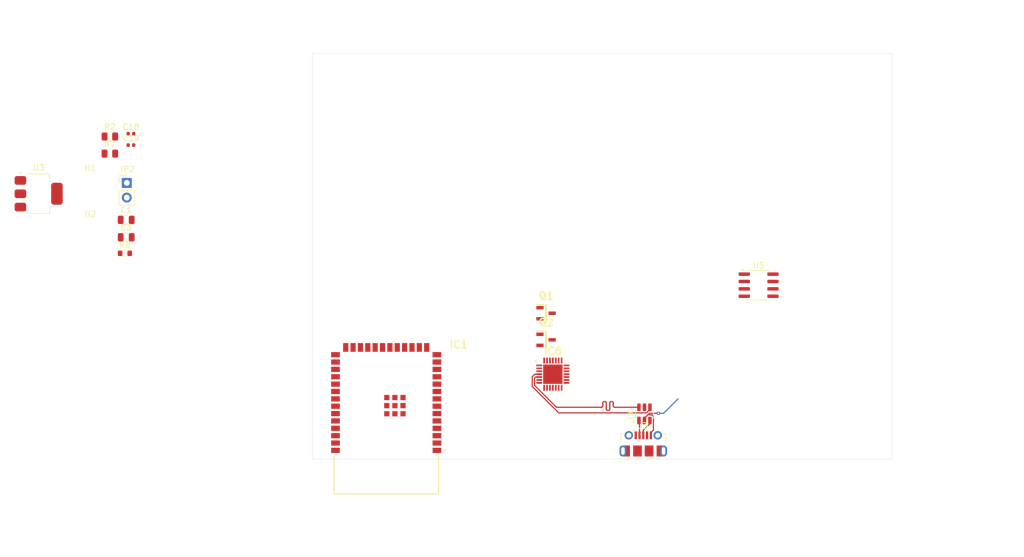
<source format=kicad_pcb>
(kicad_pcb (version 20241229) (generator "pcbnew") (generator_version "9.0")
  (layers (0 "F.Cu" signal) (4 "In1.Cu" signal) (6 "In2.Cu" signal) (2 "B.Cu" signal) (13 "F.Paste" user) (15 "B.Paste" user) (5 "F.SilkS" user "F.Silkscreen") (7 "B.SilkS" user "B.Silkscreen") (1 "F.Mask" user) (3 "B.Mask" user) (25 "Edge.Cuts" user))
  (net 0 "")
  (net 1 "GND")
  (net 2 "VCC")
  (net 3 "+3.3V")
  (net 9 "/USB_J_D-")
  (net 10 "/USB_J_D+")
  (net 15 "/CAN-")
  (net 16 "Net-(JP2-B)")
  (net 17 "/PWR_LED")
  (net 18 "/CAN_Rs")
  (net 19 "/CAN+")
  (net 21 "/CTX")
  (net 22 "/CRX")
  (net 23 "/USB_D+")
  (net 24 "/USB_D-")
  (footprint "Capacitor_SMD:C_0805_2012Metric" (layer "F.Cu") (at 67.895 58.73)
    (property "Reference" "C1" (at 0 -1.68 0) (layer "F.SilkS"))
    (property "Value" "10uF")
    (fp_line (start -0.261252 -0.735) (end 0.261252 -0.735) (stroke (width 0.12)) (layer "F.SilkS"))
    (fp_line (start -0.261252 0.735) (end 0.261252 0.735) (stroke (width 0.12)) (layer "F.SilkS"))
    (pad "1" smd roundrect (at -0.95 0) (size 1 1.45) (layers "F.Cu" "F.Mask" "F.Paste") (net 2 "VCC"))
    (pad "2" smd roundrect (at 0.95 0) (size 1 1.45) (layers "F.Cu" "F.Mask" "F.Paste") (net 1 "GND"))
  )
  (footprint "Package_TO_SOT_SMD:SOT-23-6" (layer "F.Cu") (at 157.3 92.2 90)
    (property "Reference" "U6" (at 0 -2.4 90) (layer "F.SilkS"))
    (property "Value" "USBLC6-2SC6")
    (fp_line (start 0 -1.56) (end 0.8 -1.56) (stroke (width 0.12)) (layer "F.SilkS"))
    (fp_line (start 0 -1.56) (end -0.8 -1.56) (stroke (width 0.12)) (layer "F.SilkS"))
    (fp_line (start 0 1.56) (end 0.8 1.56) (stroke (width 0.12)) (layer "F.SilkS"))
    (fp_line (start 0 1.56) (end -0.8 1.56) (stroke (width 0.12)) (layer "F.SilkS"))
    (fp_poly (pts (xy -1.3 -1.51) (xy -1.54 -1.84) (xy -1.06 -1.84) (xy -1.3 -1.51)) (stroke (width 0.12)) (fill yes) (layer "F.SilkS"))
    (pad "1" smd roundrect (at -1.1375 -0.95 90) (size 1.325 0.6) (layers "F.Cu" "F.Mask" "F.Paste") (net 9 "/USB_J_D-"))
    (pad "2" smd roundrect (at -1.1375 0 90) (size 1.325 0.6) (layers "F.Cu" "F.Mask" "F.Paste") (net 1 "GND"))
    (pad "3" smd roundrect (at -1.1375 0.95 90) (size 1.325 0.6) (layers "F.Cu" "F.Mask" "F.Paste") (net 10 "/USB_J_D+"))
    (pad "4" smd roundrect (at 1.1375 0.95 90) (size 1.325 0.6) (layers "F.Cu" "F.Mask" "F.Paste") (net 23 "/USB_D+"))
    (pad "5" smd roundrect (at 1.1375 0 90) (size 1.325 0.6) (layers "F.Cu" "F.Mask" "F.Paste") (net 2 "VCC"))
    (pad "6" smd roundrect (at 1.1375 -0.95 90) (size 1.325 0.6) (layers "F.Cu" "F.Mask" "F.Paste") (net 24 "/USB_D-"))
  )
  (footprint "Transistors:SOT96P237X111-3N" (layer "F.Cu") (at 140.325 79.43)
    (property "Reference" "Q2" (at 0 -3 0) (layer "F.SilkS") (effects (font (size 1.27 1.27) (thickness 0.254))))
    (property "Value" "SOT96P237X111-3N" (hide yes))
    (fp_line (start -1.675 -1.505) (end -0.425 -1.505) (stroke (width 0.2)) (layer "F.SilkS"))
    (fp_line (start -0.075 -1.46) (end 0.075 -1.46) (stroke (width 0.2)) (layer "F.SilkS"))
    (fp_line (start -0.075 1.46) (end -0.075 -1.46) (stroke (width 0.2)) (layer "F.SilkS"))
    (fp_line (start 0.075 -1.46) (end 0.075 1.46) (stroke (width 0.2)) (layer "F.SilkS"))
    (fp_line (start 0.075 1.46) (end -0.075 1.46) (stroke (width 0.2)) (layer "F.SilkS"))
    (pad "1" smd rect (at -1.05 -0.955 90) (size 0.6 1.25) (layers "F.Cu" "F.Mask" "F.Paste"))
    (pad "2" smd rect (at -1.05 0.955 90) (size 0.6 1.25) (layers "F.Cu" "F.Mask" "F.Paste"))
    (pad "3" smd rect (at 1.05 0 90) (size 0.6 1.25) (layers "F.Cu" "F.Mask" "F.Paste"))
  )
  (footprint "Connector_PinHeader_2.54mm:PinHeader_1x02_P2.54mm_Vertical" (layer "F.Cu") (at 67.995 52.35)
    (property "Reference" "JP2" (at 0 -2.33 0) (layer "F.SilkS"))
    (property "Value" "Bus Termination")
    (fp_line (start -1.33 -1.33) (end 0 -1.33) (stroke (width 0.12)) (layer "F.SilkS"))
    (fp_line (start -1.33 0) (end -1.33 -1.33) (stroke (width 0.12)) (layer "F.SilkS"))
    (fp_line (start -1.33 1.27) (end -1.33 3.87) (stroke (width 0.12)) (layer "F.SilkS"))
    (fp_line (start -1.33 1.27) (end 1.33 1.27) (stroke (width 0.12)) (layer "F.SilkS"))
    (fp_line (start -1.33 3.87) (end 1.33 3.87) (stroke (width 0.12)) (layer "F.SilkS"))
    (fp_line (start 1.33 1.27) (end 1.33 3.87) (stroke (width 0.12)) (layer "F.SilkS"))
    (pad "1" thru_hole rect (at 0 0) (size 1.7 1.7) (drill 1) (layers "*.Cu" "*.Mask") (net 15 "/CAN-"))
    (pad "2" thru_hole oval (at 0 2.54) (size 1.7 1.7) (drill 1) (layers "*.Cu" "*.Mask") (net 16 "Net-(JP2-B)"))
  )
  (footprint "Connector_USB:USB_Micro-B_Molex-105017-0001" (layer "F.Cu") (at 157.1 97.3625)
    (property "Reference" "J3" (at 0 -3.1125 0) (layer "F.SilkS"))
    (property "Value" "USB_B_Micro")
    (fp_line (start -3.9 -1.7625) (end -3.45 -1.7625) (stroke (width 0.12)) (layer "F.SilkS"))
    (fp_line (start -3.9 0.0875) (end -3.9 -1.7625) (stroke (width 0.12)) (layer "F.SilkS"))
    (fp_line (start -3.9 2.6375) (end -3.9 2.3875) (stroke (width 0.12)) (layer "F.SilkS"))
    (fp_line (start -1.7 -2.3125) (end -1.7 -1.8625) (stroke (width 0.12)) (layer "F.SilkS"))
    (fp_line (start -1.7 -2.3125) (end -1.25 -2.3125) (stroke (width 0.12)) (layer "F.SilkS"))
    (fp_line (start 3.9 -1.7625) (end 3.45 -1.7625) (stroke (width 0.12)) (layer "F.SilkS"))
    (fp_line (start 3.9 0.0875) (end 3.9 -1.7625) (stroke (width 0.12)) (layer "F.SilkS"))
    (fp_line (start 3.9 2.6375) (end 3.9 2.3875) (stroke (width 0.12)) (layer "F.SilkS"))
    (pad "1" smd rect (at -1.3 -1.4625) (size 0.4 1.35) (layers "F.Cu" "F.Mask" "F.Paste") (net 2 "VCC"))
    (pad "2" smd rect (at -0.65 -1.4625) (size 0.4 1.35) (layers "F.Cu" "F.Mask" "F.Paste") (net 9 "/USB_J_D-"))
    (pad "3" smd rect (at 0 -1.4625) (size 0.4 1.35) (layers "F.Cu" "F.Mask" "F.Paste") (net 10 "/USB_J_D+"))
    (pad "4" smd rect (at 0.65 -1.4625) (size 0.4 1.35) (layers "F.Cu" "F.Mask" "F.Paste"))
    (pad "5" smd rect (at 1.3 -1.4625) (size 0.4 1.35) (layers "F.Cu" "F.Mask" "F.Paste") (net 1 "GND"))
    (pad "6" thru_hole oval (at -3.5 1.2375 180) (size 1.2 1.9) (drill oval 0.6 1.3) (property pad_prop_heatsink) (layers "*.Cu" "*.Mask"))
    (pad "6" smd rect (at -2.9 1.2375) (size 1.2 1.9) (layers "F.Cu" "F.Mask"))
    (pad "6" thru_hole circle (at -2.5 -1.4625) (size 1.45 1.45) (drill 0.85) (property pad_prop_heatsink) (layers "*.Cu" "*.Mask"))
    (pad "6" smd rect (at -1 1.2375) (size 1.5 1.9) (layers "F.Cu" "F.Mask" "F.Paste"))
    (pad "6" smd rect (at 1 1.2375) (size 1.5 1.9) (layers "F.Cu" "F.Mask" "F.Paste"))
    (pad "6" thru_hole circle (at 2.5 -1.4625) (size 1.45 1.45) (drill 0.85) (property pad_prop_heatsink) (layers "*.Cu" "*.Mask"))
    (pad "6" smd rect (at 2.9 1.2375) (size 1.2 1.9) (layers "F.Cu" "F.Mask"))
    (pad "6" thru_hole oval (at 3.5 1.2375) (size 1.2 1.9) (drill oval 0.6 1.3) (property pad_prop_heatsink) (layers "*.Cu" "*.Mask"))
  )
  (footprint "Package_TO_SOT_SMD:SOT-223-3_TabPin2" (layer "F.Cu") (at 52.795 54.225)
    (property "Reference" "U3" (at 0 -4.5 0) (layer "F.SilkS"))
    (property "Value" "MIC37100-3.3WS")
    (fp_line (start -1.85 -3.41) (end 1.91 -3.41) (stroke (width 0.12)) (layer "F.SilkS"))
    (fp_line (start -1.85 3.41) (end 1.91 3.41) (stroke (width 0.12)) (layer "F.SilkS"))
    (fp_line (start 1.91 -3.41) (end 1.91 -2.15) (stroke (width 0.12)) (layer "F.SilkS"))
    (fp_line (start 1.91 3.41) (end 1.91 2.15) (stroke (width 0.12)) (layer "F.SilkS"))
    (fp_poly (pts (xy -3.13 -3.31) (xy -3.37 -3.64) (xy -2.89 -3.64) (xy -3.13 -3.31)) (stroke (width 0.12)) (fill yes) (layer "F.SilkS"))
    (pad "1" smd roundrect (at -3.15 -2.3) (size 2 1.5) (layers "F.Cu" "F.Mask" "F.Paste") (net 2 "VCC"))
    (pad "2" smd roundrect (at -3.15 0) (size 2 1.5) (layers "F.Cu" "F.Mask" "F.Paste") (net 1 "GND"))
    (pad "2" smd roundrect (at 3.15 0) (size 2 3.8) (layers "F.Cu" "F.Mask" "F.Paste") (net 1 "GND"))
    (pad "3" smd roundrect (at -3.15 2.3) (size 2 1.5) (layers "F.Cu" "F.Mask" "F.Paste") (net 3 "+3.3V"))
  )
  (footprint "Resistor_SMD:R_0603_1608Metric" (layer "F.Cu") (at 67.675 64.5)
    (property "Reference" "R8" (at 0 -1.43 0) (layer "F.SilkS"))
    (property "Value" "120")
    (fp_line (start -0.237258 -0.5225) (end 0.237258 -0.5225) (stroke (width 0.12)) (layer "F.SilkS"))
    (fp_line (start -0.237258 0.5225) (end 0.237258 0.5225) (stroke (width 0.12)) (layer "F.SilkS"))
    (pad "1" smd roundrect (at -0.825 0) (size 0.8 0.95) (layers "F.Cu" "F.Mask" "F.Paste") (net 19 "/CAN+"))
    (pad "2" smd roundrect (at 0.825 0) (size 0.8 0.95) (layers "F.Cu" "F.Mask" "F.Paste") (net 16 "Net-(JP2-B)"))
  )
  (footprint "Capacitor_SMD:C_0402_1005Metric" (layer "F.Cu") (at 68.715 45.83)
    (property "Reference" "C19" (at 0 -1.16 0) (layer "F.SilkS"))
    (property "Value" "100nF")
    (fp_line (start -0.107836 -0.36) (end 0.107836 -0.36) (stroke (width 0.12)) (layer "F.SilkS"))
    (fp_line (start -0.107836 0.36) (end 0.107836 0.36) (stroke (width 0.12)) (layer "F.SilkS"))
    (pad "1" smd roundrect (at -0.48 0) (size 0.56 0.62) (layers "F.Cu" "F.Mask" "F.Paste") (net 3 "+3.3V"))
    (pad "2" smd roundrect (at 0.48 0) (size 0.56 0.62) (layers "F.Cu" "F.Mask" "F.Paste") (net 1 "GND"))
  )
  (footprint "Capacitor_SMD:C_0402_1005Metric" (layer "F.Cu") (at 68.715 43.86)
    (property "Reference" "C18" (at 0 -1.16 0) (layer "F.SilkS"))
    (property "Value" "100nF")
    (fp_line (start -0.107836 -0.36) (end 0.107836 -0.36) (stroke (width 0.12)) (layer "F.SilkS"))
    (fp_line (start -0.107836 0.36) (end 0.107836 0.36) (stroke (width 0.12)) (layer "F.SilkS"))
    (pad "1" smd roundrect (at -0.48 0) (size 0.56 0.62) (layers "F.Cu" "F.Mask" "F.Paste") (net 3 "+3.3V"))
    (pad "2" smd roundrect (at 0.48 0) (size 0.56 0.62) (layers "F.Cu" "F.Mask" "F.Paste") (net 1 "GND"))
  )
  (footprint "MountingHole:MountingHole_3.2mm_M3" (layer "F.Cu") (at 61.695 61.95)
    (property "Reference" "H2" (at 0 -4.2 0) (layer "F.SilkS"))
    (property "Value" "M3")
    (pad "" np_thru_hole circle (at 0 0) (size 3.2 3.2) (drill 3.2) (layers "*.Cu" "*.Mask"))
  )
  (footprint "Capacitor_SMD:C_0805_2012Metric" (layer "F.Cu") (at 67.895 61.74)
    (property "Reference" "C3" (at 0 -1.68 0) (layer "F.SilkS"))
    (property "Value" "10uF")
    (fp_line (start -0.261252 -0.735) (end 0.261252 -0.735) (stroke (width 0.12)) (layer "F.SilkS"))
    (fp_line (start -0.261252 0.735) (end 0.261252 0.735) (stroke (width 0.12)) (layer "F.SilkS"))
    (pad "1" smd roundrect (at -0.95 0) (size 1 1.45) (layers "F.Cu" "F.Mask" "F.Paste") (net 3 "+3.3V"))
    (pad "2" smd roundrect (at 0.95 0) (size 1 1.45) (layers "F.Cu" "F.Mask" "F.Paste") (net 1 "GND"))
  )
  (footprint "Transistors:SOT96P237X111-3N" (layer "F.Cu") (at 140.325 74.84)
    (property "Reference" "Q1" (at 0 -3 0) (layer "F.SilkS") (effects (font (size 1.27 1.27) (thickness 0.254))))
    (property "Value" "SOT96P237X111-3N" (hide yes))
    (fp_line (start -1.675 -1.505) (end -0.425 -1.505) (stroke (width 0.2)) (layer "F.SilkS"))
    (fp_line (start -0.075 -1.46) (end 0.075 -1.46) (stroke (width 0.2)) (layer "F.SilkS"))
    (fp_line (start -0.075 1.46) (end -0.075 -1.46) (stroke (width 0.2)) (layer "F.SilkS"))
    (fp_line (start 0.075 -1.46) (end 0.075 1.46) (stroke (width 0.2)) (layer "F.SilkS"))
    (fp_line (start 0.075 1.46) (end -0.075 1.46) (stroke (width 0.2)) (layer "F.SilkS"))
    (pad "1" smd rect (at -1.05 -0.955 90) (size 0.6 1.25) (layers "F.Cu" "F.Mask" "F.Paste"))
    (pad "2" smd rect (at -1.05 0.955 90) (size 0.6 1.25) (layers "F.Cu" "F.Mask" "F.Paste"))
    (pad "3" smd rect (at 1.05 0 90) (size 0.6 1.25) (layers "F.Cu" "F.Mask" "F.Paste"))
  )
  (footprint "Resistor_SMD:R_0805_2012Metric" (layer "F.Cu") (at 65.075 44.35)
    (property "Reference" "R2" (at 0 -1.65 0) (layer "F.SilkS"))
    (property "Value" "220")
    (fp_line (start -0.227064 -0.735) (end 0.227064 -0.735) (stroke (width 0.12)) (layer "F.SilkS"))
    (fp_line (start -0.227064 0.735) (end 0.227064 0.735) (stroke (width 0.12)) (layer "F.SilkS"))
    (pad "1" smd roundrect (at -0.9125 0) (size 1.025 1.4) (layers "F.Cu" "F.Mask" "F.Paste") (roundrect_rratio 0.243902) (net 17 "/PWR_LED"))
    (pad "2" smd roundrect (at 0.9125 0) (size 1.025 1.4) (layers "F.Cu" "F.Mask" "F.Paste") (roundrect_rratio 0.243902) (net 1 "GND"))
  )
  (footprint "Package_SO:SOIC-8_3.9x4.9mm_P1.27mm" (layer "F.Cu") (at 177 70)
    (property "Reference" "U5" (at 0 -3.4 0) (layer "F.SilkS"))
    (property "Value" "SN65HVD230")
    (fp_line (start 0 -2.56) (end -1.95 -2.56) (stroke (width 0.12)) (layer "F.SilkS"))
    (fp_line (start 0 -2.56) (end 1.95 -2.56) (stroke (width 0.12)) (layer "F.SilkS"))
    (fp_line (start 0 2.56) (end -1.95 2.56) (stroke (width 0.12)) (layer "F.SilkS"))
    (fp_line (start 0 2.56) (end 1.95 2.56) (stroke (width 0.12)) (layer "F.SilkS"))
    (fp_poly (pts (xy -2.7 -2.465) (xy -2.94 -2.795) (xy -2.46 -2.795) (xy -2.7 -2.465)) (stroke (width 0.12)) (fill yes) (layer "F.SilkS"))
    (pad "1" smd roundrect (at -2.475 -1.905) (size 1.95 0.6) (layers "F.Cu" "F.Mask" "F.Paste") (net 21 "/CTX"))
    (pad "2" smd roundrect (at -2.475 -0.635) (size 1.95 0.6) (layers "F.Cu" "F.Mask" "F.Paste") (net 1 "GND"))
    (pad "3" smd roundrect (at -2.475 0.635) (size 1.95 0.6) (layers "F.Cu" "F.Mask" "F.Paste") (net 3 "+3.3V"))
    (pad "4" smd roundrect (at -2.475 1.905) (size 1.95 0.6) (layers "F.Cu" "F.Mask" "F.Paste") (net 22 "/CRX"))
    (pad "5" smd roundrect (at 2.475 1.905) (size 1.95 0.6) (layers "F.Cu" "F.Mask" "F.Paste"))
    (pad "6" smd roundrect (at 2.475 0.635) (size 1.95 0.6) (layers "F.Cu" "F.Mask" "F.Paste") (net 15 "/CAN-"))
    (pad "7" smd roundrect (at 2.475 -0.635) (size 1.95 0.6) (layers "F.Cu" "F.Mask" "F.Paste") (net 19 "/CAN+"))
    (pad "8" smd roundrect (at 2.475 -1.905) (size 1.95 0.6) (layers "F.Cu" "F.Mask" "F.Paste") (net 18 "/CAN_Rs"))
  )
  (footprint "Resistor_SMD:R_0805_2012Metric" (layer "F.Cu") (at 65.075 47.3)
    (property "Reference" "R7" (at 0 -1.65 0) (layer "F.SilkS"))
    (property "Value" "10k")
    (fp_line (start -0.227064 -0.735) (end 0.227064 -0.735) (stroke (width 0.12)) (layer "F.SilkS"))
    (fp_line (start -0.227064 0.735) (end 0.227064 0.735) (stroke (width 0.12)) (layer "F.SilkS"))
    (pad "1" smd roundrect (at -0.9125 0) (size 1.025 1.4) (layers "F.Cu" "F.Mask" "F.Paste") (roundrect_rratio 0.243902) (net 18 "/CAN_Rs"))
    (pad "2" smd roundrect (at 0.9125 0) (size 1.025 1.4) (layers "F.Cu" "F.Mask" "F.Paste") (roundrect_rratio 0.243902) (net 1 "GND"))
  )
  (footprint "MountingHole:MountingHole_3.2mm_M3" (layer "F.Cu") (at 61.695 54)
    (property "Reference" "H1" (at 0 -4.2 0) (layer "F.SilkS"))
    (property "Value" "M3")
    (pad "" np_thru_hole circle (at 0 0) (size 3.2 3.2) (drill 3.2) (layers "*.Cu" "*.Mask"))
  )
  (footprint "Microcontrollers:ESP32S3WROOM1N8R8" (layer "F.Cu") (at 112.75 93.24 180)
    (property "Reference" "IC1" (at -12.5 13 0) (layer "F.SilkS") (effects (font (size 1.27 1.27) (thickness 0.254))))
    (property "Value" "ESP32-S3-WROOM-1-N8R8" (hide yes))
    (fp_line (start 9 -12.75) (end 9 -6.3) (stroke (width 0.2)) (layer "F.SilkS"))
    (fp_line (start -9 -6.3) (end -9 -12.75) (stroke (width 0.2)) (layer "F.SilkS"))
    (fp_line (start -9 -12.75) (end 9 -12.75) (stroke (width 0.2)) (layer "F.SilkS"))
    (fp_line (start -10.1 -5.26) (end -10.1 -5.26) (stroke (width 0.2)) (layer "F.SilkS"))
    (fp_line (start -10.2 -5.26) (end -10.2 -5.26) (stroke (width 0.2)) (layer "F.SilkS"))
    (fp_line (start -10.2 -5.26) (end -10.2 -5.26) (stroke (width 0.2)) (layer "F.SilkS"))
    (fp_arc (start -10.1 -5.26) (mid -10.15 -5.21) (end -10.2 -5.26) (stroke (width 0.2)) (layer "F.SilkS"))
    (fp_arc (start -10.1 -5.26) (mid -10.15 -5.21) (end -10.2 -5.26) (stroke (width 0.2)) (layer "F.SilkS"))
    (fp_arc (start -10.2 -5.26) (mid -10.15 -5.31) (end -10.1 -5.26) (stroke (width 0.2)) (layer "F.SilkS"))
    (pad "1" smd rect (at -8.75 -5.26 270) (size 0.9 1.5) (layers "F.Cu" "F.Mask" "F.Paste"))
    (pad "2" smd rect (at -8.75 -3.99 270) (size 0.9 1.5) (layers "F.Cu" "F.Mask" "F.Paste"))
    (pad "3" smd rect (at -8.75 -2.72 270) (size 0.9 1.5) (layers "F.Cu" "F.Mask" "F.Paste"))
    (pad "4" smd rect (at -8.75 -1.45 270) (size 0.9 1.5) (layers "F.Cu" "F.Mask" "F.Paste"))
    (pad "5" smd rect (at -8.75 -0.18 270) (size 0.9 1.5) (layers "F.Cu" "F.Mask" "F.Paste"))
    (pad "6" smd rect (at -8.75 1.09 270) (size 0.9 1.5) (layers "F.Cu" "F.Mask" "F.Paste"))
    (pad "7" smd rect (at -8.75 2.36 270) (size 0.9 1.5) (layers "F.Cu" "F.Mask" "F.Paste"))
    (pad "8" smd rect (at -8.75 3.63 270) (size 0.9 1.5) (layers "F.Cu" "F.Mask" "F.Paste"))
    (pad "9" smd rect (at -8.75 4.9 270) (size 0.9 1.5) (layers "F.Cu" "F.Mask" "F.Paste"))
    (pad "10" smd rect (at -8.75 6.17 270) (size 0.9 1.5) (layers "F.Cu" "F.Mask" "F.Paste"))
    (pad "11" smd rect (at -8.75 7.44 270) (size 0.9 1.5) (layers "F.Cu" "F.Mask" "F.Paste"))
    (pad "12" smd rect (at -8.75 8.71 270) (size 0.9 1.5) (layers "F.Cu" "F.Mask" "F.Paste"))
    (pad "13" smd rect (at -8.75 9.98 270) (size 0.9 1.5) (layers "F.Cu" "F.Mask" "F.Paste"))
    (pad "14" smd rect (at -8.75 11.25 270) (size 0.9 1.5) (layers "F.Cu" "F.Mask" "F.Paste"))
    (pad "15" smd rect (at -6.985 12.5 180) (size 0.9 1.5) (layers "F.Cu" "F.Mask" "F.Paste"))
    (pad "16" smd rect (at -5.715 12.5 180) (size 0.9 1.5) (layers "F.Cu" "F.Mask" "F.Paste"))
    (pad "17" smd rect (at -4.445 12.5 180) (size 0.9 1.5) (layers "F.Cu" "F.Mask" "F.Paste"))
    (pad "18" smd rect (at -3.175 12.5 180) (size 0.9 1.5) (layers "F.Cu" "F.Mask" "F.Paste"))
    (pad "19" smd rect (at -1.905 12.5 180) (size 0.9 1.5) (layers "F.Cu" "F.Mask" "F.Paste"))
    (pad "20" smd rect (at -0.635 12.5 180) (size 0.9 1.5) (layers "F.Cu" "F.Mask" "F.Paste"))
    (pad "21" smd rect (at 0.635 12.5 180) (size 0.9 1.5) (layers "F.Cu" "F.Mask" "F.Paste"))
    (pad "22" smd rect (at 1.905 12.5 180) (size 0.9 1.5) (layers "F.Cu" "F.Mask" "F.Paste"))
    (pad "23" smd rect (at 3.175 12.5 180) (size 0.9 1.5) (layers "F.Cu" "F.Mask" "F.Paste"))
    (pad "24" smd rect (at 4.445 12.5 180) (size 0.9 1.5) (layers "F.Cu" "F.Mask" "F.Paste"))
    (pad "25" smd rect (at 5.715 12.5 180) (size 0.9 1.5) (layers "F.Cu" "F.Mask" "F.Paste"))
    (pad "26" smd rect (at 6.985 12.5 180) (size 0.9 1.5) (layers "F.Cu" "F.Mask" "F.Paste"))
    (pad "27" smd rect (at 8.75 11.25 270) (size 0.9 1.5) (layers "F.Cu" "F.Mask" "F.Paste"))
    (pad "28" smd rect (at 8.75 9.98 270) (size 0.9 1.5) (layers "F.Cu" "F.Mask" "F.Paste"))
    (pad "29" smd rect (at 8.75 8.71 270) (size 0.9 1.5) (layers "F.Cu" "F.Mask" "F.Paste"))
    (pad "30" smd rect (at 8.75 7.44 270) (size 0.9 1.5) (layers "F.Cu" "F.Mask" "F.Paste"))
    (pad "31" smd rect (at 8.75 6.17 270) (size 0.9 1.5) (layers "F.Cu" "F.Mask" "F.Paste"))
    (pad "32" smd rect (at 8.75 4.9 270) (size 0.9 1.5) (layers "F.Cu" "F.Mask" "F.Paste"))
    (pad "33" smd rect (at 8.75 3.63 270) (size 0.9 1.5) (layers "F.Cu" "F.Mask" "F.Paste"))
    (pad "34" smd rect (at 8.75 2.36 270) (size 0.9 1.5) (layers "F.Cu" "F.Mask" "F.Paste"))
    (pad "35" smd rect (at 8.75 1.09 270) (size 0.9 1.5) (layers "F.Cu" "F.Mask" "F.Paste"))
    (pad "36" smd rect (at 8.75 -0.18 270) (size 0.9 1.5) (layers "F.Cu" "F.Mask" "F.Paste"))
    (pad "37" smd rect (at 8.75 -1.45 270) (size 0.9 1.5) (layers "F.Cu" "F.Mask" "F.Paste"))
    (pad "38" smd rect (at 8.75 -2.72 270) (size 0.9 1.5) (layers "F.Cu" "F.Mask" "F.Paste"))
    (pad "39" smd rect (at 8.75 -3.99 270) (size 0.9 1.5) (layers "F.Cu" "F.Mask" "F.Paste"))
    (pad "40" smd rect (at 8.75 -5.26 270) (size 0.9 1.5) (layers "F.Cu" "F.Mask" "F.Paste"))
    (pad "41" smd rect (at -1.5 2.46 180) (size 0.9 0.9) (layers "F.Cu" "F.Mask" "F.Paste"))
    (pad "42" smd rect (at -1.5 1.06 180) (size 0.9 0.9) (layers "F.Cu" "F.Mask" "F.Paste"))
    (pad "43" smd rect (at -2.9 1.06 180) (size 0.9 0.9) (layers "F.Cu" "F.Mask" "F.Paste"))
    (pad "44" smd rect (at -2.9 2.46 180) (size 0.9 0.9) (layers "F.Cu" "F.Mask" "F.Paste"))
    (pad "45" smd rect (at -2.9 3.86 180) (size 0.9 0.9) (layers "F.Cu" "F.Mask" "F.Paste"))
    (pad "46" smd rect (at -1.5 3.86 180) (size 0.9 0.9) (layers "F.Cu" "F.Mask" "F.Paste"))
    (pad "47" smd rect (at -0.1 3.86 180) (size 0.9 0.9) (layers "F.Cu" "F.Mask" "F.Paste"))
    (pad "48" smd rect (at -0.1 2.46 180) (size 0.9 0.9) (layers "F.Cu" "F.Mask" "F.Paste"))
    (pad "49" smd rect (at -0.1 1.06 180) (size 0.9 0.9) (layers "F.Cu" "F.Mask" "F.Paste"))
  )
  (footprint "USBUART:QFN50P500X500X80-29N-D" (layer "F.Cu") (at 141.5 85.35)
    (property "Reference" "IC6" (at 0 -4 0) (layer "F.SilkS") (effects (font (size 1.27 1.27) (thickness 0.254))))
    (property "Value" "CP2102N-A02-GQFN28" (hide yes))
    (fp_circle (center -2.85 -2.25) (end -2.85 -2.125) (stroke (width 0.25)) (fill no) (layer "F.SilkS"))
    (pad "1" smd rect (at -2.35 -1.5 90) (size 0.3 1) (layers "F.Cu" "F.Mask" "F.Paste"))
    (pad "2" smd rect (at -2.35 -1 90) (size 0.3 1) (layers "F.Cu" "F.Mask" "F.Paste"))
    (pad "3" smd rect (at -2.35 -0.5 90) (size 0.3 1) (layers "F.Cu" "F.Mask" "F.Paste") (net 1 "GND"))
    (pad "4" smd rect (at -2.35 0 90) (size 0.3 1) (layers "F.Cu" "F.Mask" "F.Paste") (net 23 "/USB_D+"))
    (pad "5" smd rect (at -2.35 0.5 90) (size 0.3 1) (layers "F.Cu" "F.Mask" "F.Paste") (net 24 "/USB_D-"))
    (pad "6" smd rect (at -2.35 1 90) (size 0.3 1) (layers "F.Cu" "F.Mask" "F.Paste") (net 3 "+3.3V"))
    (pad "7" smd rect (at -2.35 1.5 90) (size 0.3 1) (layers "F.Cu" "F.Mask" "F.Paste") (net 3 "+3.3V"))
    (pad "8" smd rect (at -1.5 2.35) (size 0.3 1) (layers "F.Cu" "F.Mask" "F.Paste"))
    (pad "9" smd rect (at -1 2.35) (size 0.3 1) (layers "F.Cu" "F.Mask" "F.Paste"))
    (pad "10" smd rect (at -0.5 2.35) (size 0.3 1) (layers "F.Cu" "F.Mask" "F.Paste"))
    (pad "11" smd rect (at 0 2.35) (size 0.3 1) (layers "F.Cu" "F.Mask" "F.Paste"))
    (pad "12" smd rect (at 0.5 2.35) (size 0.3 1) (layers "F.Cu" "F.Mask" "F.Paste"))
    (pad "13" smd rect (at 1 2.35) (size 0.3 1) (layers "F.Cu" "F.Mask" "F.Paste"))
    (pad "14" smd rect (at 1.5 2.35) (size 0.3 1) (layers "F.Cu" "F.Mask" "F.Paste"))
    (pad "15" smd rect (at 2.35 1.5 90) (size 0.3 1) (layers "F.Cu" "F.Mask" "F.Paste"))
    (pad "16" smd rect (at 2.35 1 90) (size 0.3 1) (layers "F.Cu" "F.Mask" "F.Paste"))
    (pad "17" smd rect (at 2.35 0.5 90) (size 0.3 1) (layers "F.Cu" "F.Mask" "F.Paste"))
    (pad "18" smd rect (at 2.35 0 90) (size 0.3 1) (layers "F.Cu" "F.Mask" "F.Paste"))
    (pad "19" smd rect (at 2.35 -0.5 90) (size 0.3 1) (layers "F.Cu" "F.Mask" "F.Paste"))
    (pad "20" smd rect (at 2.35 -1 90) (size 0.3 1) (layers "F.Cu" "F.Mask" "F.Paste"))
    (pad "21" smd rect (at 2.35 -1.5 90) (size 0.3 1) (layers "F.Cu" "F.Mask" "F.Paste"))
    (pad "22" smd rect (at 1.5 -2.35) (size 0.3 1) (layers "F.Cu" "F.Mask" "F.Paste"))
    (pad "23" smd rect (at 1 -2.35) (size 0.3 1) (layers "F.Cu" "F.Mask" "F.Paste"))
    (pad "24" smd rect (at 0.5 -2.35) (size 0.3 1) (layers "F.Cu" "F.Mask" "F.Paste"))
    (pad "25" smd rect (at 0 -2.35) (size 0.3 1) (layers "F.Cu" "F.Mask" "F.Paste"))
    (pad "26" smd rect (at -0.5 -2.35) (size 0.3 1) (layers "F.Cu" "F.Mask" "F.Paste"))
    (pad "27" smd rect (at -1 -2.35) (size 0.3 1) (layers "F.Cu" "F.Mask" "F.Paste"))
    (pad "28" smd rect (at -1.5 -2.35) (size 0.3 1) (layers "F.Cu" "F.Mask" "F.Paste"))
    (pad "29" smd rect (at 0 0) (size 3.35 3.35) (layers "F.Cu" "F.Mask" "F.Paste") (net 1 "GND"))
  )
  (gr_rect (start 100 30) (end 200 100) (stroke (width 0.05)) (fill no) (layer "Edge.Cuts"))
  (segment (start 158.851 94.974) (end 158.851 92.634032) (width 0.2) (layer "F.Cu") (net 1))
  (segment (start 158.151 92.1) (end 157.877 92.374) (width 0.2) (layer "F.Cu") (net 1))
  (segment (start 158.851 92.634032) (end 158.590968 92.374) (width 0.2) (layer "F.Cu") (net 1))
  (segment (start 158.4 95.425) (end 158.851 94.974) (width 0.2) (layer "F.Cu") (net 1))
  (segment (start 157.3 92.951) (end 157.3 93.3375) (width 0.2) (layer "F.Cu") (net 1))
  (segment (start 158.4 95.9) (end 158.4 95.425) (width 0.2) (layer "F.Cu") (net 1))
  (segment (start 157.877 92.374) (end 157.3 92.951) (width 0.2) (layer "F.Cu") (net 1))
  (segment (start 158.590968 92.374) (end 157.877 92.374) (width 0.2) (layer "F.Cu") (net 1))
  (segment (start 159.7 92.1) (end 158.151 92.1) (width 0.2) (layer "F.Cu") (net 1))
  (via (at 159.7 92.1) (size 0.6) (drill 0.3) (layers "F.Cu" "B.Cu") (net 1))
  (segment (start 159.7 92.1) (end 160.6 92.1) (width 0.2) (layer "B.Cu") (net 1))
  (segment (start 160.6 92.1) (end 163.1 89.6) (width 0.2) (layer "B.Cu") (net 1))
  (segment (start 156.45 93.4375) (end 156.35 93.3375) (width 0.2) (layer "F.Cu") (net 9))
  (segment (start 156.45 95.9) (end 156.45 93.4375) (width 0.2) (layer "F.Cu") (net 9))
  (segment (start 157.1 95.9) (end 157.1 95.025) (width 0.2) (layer "F.Cu") (net 10))
  (segment (start 158.25 93.875) (end 158.25 93.3375) (width 0.2) (layer "F.Cu") (net 10))
  (segment (start 157.1 95.025) (end 158.25 93.875) (width 0.2) (layer "F.Cu") (net 10))
  (segment (start 158.25 91.416968) (end 158.25 91.0625) (width 0.2) (layer "F.Cu") (net 23))
  (segment (start 153.726955 92.026) (end 153.748322 92.026) (width 0.2) (layer "F.Cu") (net 23))
  (segment (start 138.398 85.35) (end 137.948 85.8) (width 0.2) (layer "F.Cu") (net 23))
  (segment (start 157.640968 92.026) (end 158.25 91.416968) (width 0.2) (layer "F.Cu") (net 23))
  (segment (start 142.5069 92.026) (end 153.726955 92.026) (width 0.2) (layer "F.Cu") (net 23))
  (segment (start 137.948 85.8) (end 137.948 87.4671) (width 0.2) (layer "F.Cu") (net 23))
  (segment (start 139.15 85.35) (end 138.398 85.35) (width 0.2) (layer "F.Cu") (net 23))
  (segment (start 153.748322 92.026) (end 157.640968 92.026) (width 0.2) (layer "F.Cu") (net 23))
  (segment (start 137.948 87.4671) (end 142.5069 92.026) (width 0.2) (layer "F.Cu") (net 23))
  (segment (start 138.349 85.997) (end 138.496 85.85) (width 0.2) (layer "F.Cu") (net 24))
  (segment (start 150.116458 90.307604) (end 150.116458 90.8225) (width 0.2) (layer "F.Cu") (net 24))
  (segment (start 150.476458 90.067604) (end 150.356458 90.067604) (width 0.2) (layer "F.Cu") (net 24))
  (segment (start 151.316458 90.8225) (end 151.316458 91.0625) (width 0.2) (layer "F.Cu") (net 24))
  (segment (start 142.1105 91.0625) (end 138.349 87.301) (width 0.2) (layer "F.Cu") (net 24))
  (segment (start 150.716458 91.367393) (end 150.716458 91.0625) (width 0.2) (layer "F.Cu") (net 24))
  (segment (start 151.316458 90.307604) (end 151.316458 90.8225) (width 0.2) (layer "F.Cu") (net 24))
  (segment (start 149.876458 91.0625) (end 149.756458 91.0625) (width 0.2) (layer "F.Cu") (net 24))
  (segment (start 151.316458 91.0625) (end 151.316458 91.367393) (width 0.2) (layer "F.Cu") (net 24))
  (segment (start 148.929996 91.0625) (end 142.1105 91.0625) (width 0.2) (layer "F.Cu") (net 24))
  (segment (start 156.35 91.0625) (end 152.156458 91.0625) (width 0.2) (layer "F.Cu") (net 24))
  (segment (start 151.916458 90.8225) (end 151.916458 90.307604) (width 0.2) (layer "F.Cu") (net 24))
  (segment (start 138.349 87.301) (end 138.349 85.997) (width 0.2) (layer "F.Cu") (net 24))
  (segment (start 150.716458 91.0625) (end 150.716458 90.8225) (width 0.2) (layer "F.Cu") (net 24))
  (segment (start 151.676458 90.067604) (end 151.556458 90.067604) (width 0.2) (layer "F.Cu") (net 24))
  (segment (start 150.716458 90.8225) (end 150.716458 90.307604) (width 0.2) (layer "F.Cu") (net 24))
  (segment (start 138.496 85.85) (end 139.15 85.85) (width 0.2) (layer "F.Cu") (net 24))
  (segment (start 149.756458 91.0625) (end 148.929996 91.0625) (width 0.2) (layer "F.Cu") (net 24))
  (segment (start 151.076458 91.607393) (end 150.956458 91.607393) (width 0.2) (layer "F.Cu") (net 24))
  (arc (start 152.156458 91.0625) (mid 151.986752 90.992206) (end 151.916458 90.8225) (width 0.2) (layer "F.Cu") (net 24))
  (arc (start 151.556458 90.067604) (mid 151.386752 90.137898) (end 151.316458 90.307604) (width 0.2) (layer "F.Cu") (net 24))
  (arc (start 150.356458 90.067604) (mid 150.186752 90.137898) (end 150.116458 90.307604) (width 0.2) (layer "F.Cu") (net 24))
  (arc (start 150.716458 90.307604) (mid 150.646164 90.137898) (end 150.476458 90.067604) (width 0.2) (layer "F.Cu") (net 24))
  (arc (start 150.116458 90.8225) (mid 150.046164 90.992206) (end 149.876458 91.0625) (width 0.2) (layer "F.Cu") (net 24))
  (arc (start 151.916458 90.307604) (mid 151.846164 90.137898) (end 151.676458 90.067604) (width 0.2) (layer "F.Cu") (net 24))
  (arc (start 151.316458 91.367393) (mid 151.246164 91.537099) (end 151.076458 91.607393) (width 0.2) (layer "F.Cu") (net 24))
  (arc (start 150.956458 91.607393) (mid 150.786752 91.537099) (end 150.716458 91.367393) (width 0.2) (layer "F.Cu") (net 24))
)
</source>
